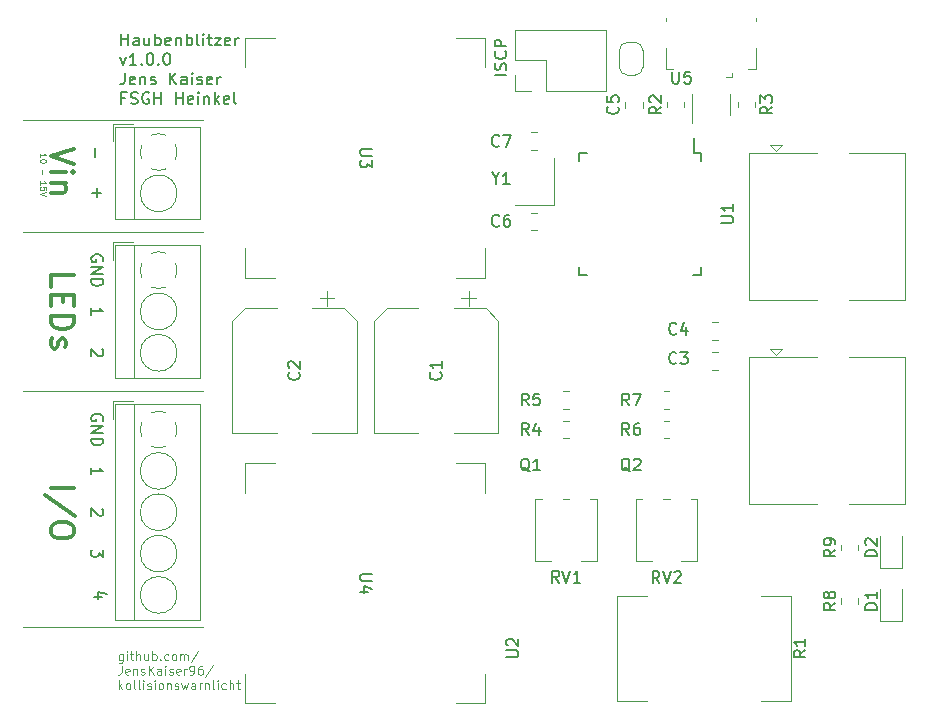
<source format=gbr>
%TF.GenerationSoftware,KiCad,Pcbnew,(5.1.8)-1*%
%TF.CreationDate,2021-08-18T15:50:37+02:00*%
%TF.ProjectId,Haubenblitzer_Treiber,48617562-656e-4626-9c69-747a65725f54,rev?*%
%TF.SameCoordinates,Original*%
%TF.FileFunction,Legend,Top*%
%TF.FilePolarity,Positive*%
%FSLAX46Y46*%
G04 Gerber Fmt 4.6, Leading zero omitted, Abs format (unit mm)*
G04 Created by KiCad (PCBNEW (5.1.8)-1) date 2021-08-18 15:50:37*
%MOMM*%
%LPD*%
G01*
G04 APERTURE LIST*
%ADD10C,0.120000*%
%ADD11C,0.100000*%
%ADD12C,0.150000*%
%ADD13C,0.300000*%
G04 APERTURE END LIST*
D10*
X59160000Y-188160000D02*
X59160000Y-185660000D01*
X56660000Y-188160000D02*
X59160000Y-188160000D01*
X38840000Y-188160000D02*
X41340000Y-188160000D01*
X38840000Y-185660000D02*
X38840000Y-188160000D01*
X59160000Y-131840000D02*
X56660000Y-131840000D01*
X59160000Y-134340000D02*
X59160000Y-131840000D01*
X59160000Y-152160000D02*
X59160000Y-149660000D01*
X56660000Y-152160000D02*
X59160000Y-152160000D01*
X38840000Y-152160000D02*
X41340000Y-152160000D01*
X38840000Y-149660000D02*
X38840000Y-152160000D01*
X38840000Y-131840000D02*
X38840000Y-134340000D01*
X41340000Y-131840000D02*
X38840000Y-131840000D01*
X59160000Y-167840000D02*
X59160000Y-170340000D01*
X56660000Y-167840000D02*
X59160000Y-167840000D01*
X38840000Y-167840000D02*
X38840000Y-170340000D01*
X41340000Y-167840000D02*
X38840000Y-167840000D01*
D11*
X28465000Y-184014285D02*
X28465000Y-184621428D01*
X28429285Y-184692857D01*
X28393571Y-184728571D01*
X28322142Y-184764285D01*
X28215000Y-184764285D01*
X28143571Y-184728571D01*
X28465000Y-184478571D02*
X28393571Y-184514285D01*
X28250714Y-184514285D01*
X28179285Y-184478571D01*
X28143571Y-184442857D01*
X28107857Y-184371428D01*
X28107857Y-184157142D01*
X28143571Y-184085714D01*
X28179285Y-184050000D01*
X28250714Y-184014285D01*
X28393571Y-184014285D01*
X28465000Y-184050000D01*
X28822142Y-184514285D02*
X28822142Y-184014285D01*
X28822142Y-183764285D02*
X28786428Y-183800000D01*
X28822142Y-183835714D01*
X28857857Y-183800000D01*
X28822142Y-183764285D01*
X28822142Y-183835714D01*
X29072142Y-184014285D02*
X29357857Y-184014285D01*
X29179285Y-183764285D02*
X29179285Y-184407142D01*
X29215000Y-184478571D01*
X29286428Y-184514285D01*
X29357857Y-184514285D01*
X29607857Y-184514285D02*
X29607857Y-183764285D01*
X29929285Y-184514285D02*
X29929285Y-184121428D01*
X29893571Y-184050000D01*
X29822142Y-184014285D01*
X29715000Y-184014285D01*
X29643571Y-184050000D01*
X29607857Y-184085714D01*
X30607857Y-184014285D02*
X30607857Y-184514285D01*
X30286428Y-184014285D02*
X30286428Y-184407142D01*
X30322142Y-184478571D01*
X30393571Y-184514285D01*
X30500714Y-184514285D01*
X30572142Y-184478571D01*
X30607857Y-184442857D01*
X30965000Y-184514285D02*
X30965000Y-183764285D01*
X30965000Y-184050000D02*
X31036428Y-184014285D01*
X31179285Y-184014285D01*
X31250714Y-184050000D01*
X31286428Y-184085714D01*
X31322142Y-184157142D01*
X31322142Y-184371428D01*
X31286428Y-184442857D01*
X31250714Y-184478571D01*
X31179285Y-184514285D01*
X31036428Y-184514285D01*
X30965000Y-184478571D01*
X31643571Y-184442857D02*
X31679285Y-184478571D01*
X31643571Y-184514285D01*
X31607857Y-184478571D01*
X31643571Y-184442857D01*
X31643571Y-184514285D01*
X32322142Y-184478571D02*
X32250714Y-184514285D01*
X32107857Y-184514285D01*
X32036428Y-184478571D01*
X32000714Y-184442857D01*
X31965000Y-184371428D01*
X31965000Y-184157142D01*
X32000714Y-184085714D01*
X32036428Y-184050000D01*
X32107857Y-184014285D01*
X32250714Y-184014285D01*
X32322142Y-184050000D01*
X32750714Y-184514285D02*
X32679285Y-184478571D01*
X32643571Y-184442857D01*
X32607857Y-184371428D01*
X32607857Y-184157142D01*
X32643571Y-184085714D01*
X32679285Y-184050000D01*
X32750714Y-184014285D01*
X32857857Y-184014285D01*
X32929285Y-184050000D01*
X32965000Y-184085714D01*
X33000714Y-184157142D01*
X33000714Y-184371428D01*
X32965000Y-184442857D01*
X32929285Y-184478571D01*
X32857857Y-184514285D01*
X32750714Y-184514285D01*
X33322142Y-184514285D02*
X33322142Y-184014285D01*
X33322142Y-184085714D02*
X33357857Y-184050000D01*
X33429285Y-184014285D01*
X33536428Y-184014285D01*
X33607857Y-184050000D01*
X33643571Y-184121428D01*
X33643571Y-184514285D01*
X33643571Y-184121428D02*
X33679285Y-184050000D01*
X33750714Y-184014285D01*
X33857857Y-184014285D01*
X33929285Y-184050000D01*
X33965000Y-184121428D01*
X33965000Y-184514285D01*
X34857857Y-183728571D02*
X34215000Y-184692857D01*
X28357857Y-184989285D02*
X28357857Y-185525000D01*
X28322142Y-185632142D01*
X28250714Y-185703571D01*
X28143571Y-185739285D01*
X28072142Y-185739285D01*
X29000714Y-185703571D02*
X28929285Y-185739285D01*
X28786428Y-185739285D01*
X28715000Y-185703571D01*
X28679285Y-185632142D01*
X28679285Y-185346428D01*
X28715000Y-185275000D01*
X28786428Y-185239285D01*
X28929285Y-185239285D01*
X29000714Y-185275000D01*
X29036428Y-185346428D01*
X29036428Y-185417857D01*
X28679285Y-185489285D01*
X29357857Y-185239285D02*
X29357857Y-185739285D01*
X29357857Y-185310714D02*
X29393571Y-185275000D01*
X29465000Y-185239285D01*
X29572142Y-185239285D01*
X29643571Y-185275000D01*
X29679285Y-185346428D01*
X29679285Y-185739285D01*
X30000714Y-185703571D02*
X30072142Y-185739285D01*
X30215000Y-185739285D01*
X30286428Y-185703571D01*
X30322142Y-185632142D01*
X30322142Y-185596428D01*
X30286428Y-185525000D01*
X30215000Y-185489285D01*
X30107857Y-185489285D01*
X30036428Y-185453571D01*
X30000714Y-185382142D01*
X30000714Y-185346428D01*
X30036428Y-185275000D01*
X30107857Y-185239285D01*
X30215000Y-185239285D01*
X30286428Y-185275000D01*
X30643571Y-185739285D02*
X30643571Y-184989285D01*
X31072142Y-185739285D02*
X30750714Y-185310714D01*
X31072142Y-184989285D02*
X30643571Y-185417857D01*
X31715000Y-185739285D02*
X31715000Y-185346428D01*
X31679285Y-185275000D01*
X31607857Y-185239285D01*
X31465000Y-185239285D01*
X31393571Y-185275000D01*
X31715000Y-185703571D02*
X31643571Y-185739285D01*
X31465000Y-185739285D01*
X31393571Y-185703571D01*
X31357857Y-185632142D01*
X31357857Y-185560714D01*
X31393571Y-185489285D01*
X31465000Y-185453571D01*
X31643571Y-185453571D01*
X31715000Y-185417857D01*
X32072142Y-185739285D02*
X32072142Y-185239285D01*
X32072142Y-184989285D02*
X32036428Y-185025000D01*
X32072142Y-185060714D01*
X32107857Y-185025000D01*
X32072142Y-184989285D01*
X32072142Y-185060714D01*
X32393571Y-185703571D02*
X32465000Y-185739285D01*
X32607857Y-185739285D01*
X32679285Y-185703571D01*
X32715000Y-185632142D01*
X32715000Y-185596428D01*
X32679285Y-185525000D01*
X32607857Y-185489285D01*
X32500714Y-185489285D01*
X32429285Y-185453571D01*
X32393571Y-185382142D01*
X32393571Y-185346428D01*
X32429285Y-185275000D01*
X32500714Y-185239285D01*
X32607857Y-185239285D01*
X32679285Y-185275000D01*
X33322142Y-185703571D02*
X33250714Y-185739285D01*
X33107857Y-185739285D01*
X33036428Y-185703571D01*
X33000714Y-185632142D01*
X33000714Y-185346428D01*
X33036428Y-185275000D01*
X33107857Y-185239285D01*
X33250714Y-185239285D01*
X33322142Y-185275000D01*
X33357857Y-185346428D01*
X33357857Y-185417857D01*
X33000714Y-185489285D01*
X33679285Y-185739285D02*
X33679285Y-185239285D01*
X33679285Y-185382142D02*
X33715000Y-185310714D01*
X33750714Y-185275000D01*
X33822142Y-185239285D01*
X33893571Y-185239285D01*
X34179285Y-185739285D02*
X34322142Y-185739285D01*
X34393571Y-185703571D01*
X34429285Y-185667857D01*
X34500714Y-185560714D01*
X34536428Y-185417857D01*
X34536428Y-185132142D01*
X34500714Y-185060714D01*
X34465000Y-185025000D01*
X34393571Y-184989285D01*
X34250714Y-184989285D01*
X34179285Y-185025000D01*
X34143571Y-185060714D01*
X34107857Y-185132142D01*
X34107857Y-185310714D01*
X34143571Y-185382142D01*
X34179285Y-185417857D01*
X34250714Y-185453571D01*
X34393571Y-185453571D01*
X34465000Y-185417857D01*
X34500714Y-185382142D01*
X34536428Y-185310714D01*
X35179285Y-184989285D02*
X35036428Y-184989285D01*
X34965000Y-185025000D01*
X34929285Y-185060714D01*
X34857857Y-185167857D01*
X34822142Y-185310714D01*
X34822142Y-185596428D01*
X34857857Y-185667857D01*
X34893571Y-185703571D01*
X34965000Y-185739285D01*
X35107857Y-185739285D01*
X35179285Y-185703571D01*
X35215000Y-185667857D01*
X35250714Y-185596428D01*
X35250714Y-185417857D01*
X35215000Y-185346428D01*
X35179285Y-185310714D01*
X35107857Y-185275000D01*
X34965000Y-185275000D01*
X34893571Y-185310714D01*
X34857857Y-185346428D01*
X34822142Y-185417857D01*
X36107857Y-184953571D02*
X35465000Y-185917857D01*
X28143571Y-186964285D02*
X28143571Y-186214285D01*
X28215000Y-186678571D02*
X28429285Y-186964285D01*
X28429285Y-186464285D02*
X28143571Y-186750000D01*
X28857857Y-186964285D02*
X28786428Y-186928571D01*
X28750714Y-186892857D01*
X28715000Y-186821428D01*
X28715000Y-186607142D01*
X28750714Y-186535714D01*
X28786428Y-186500000D01*
X28857857Y-186464285D01*
X28965000Y-186464285D01*
X29036428Y-186500000D01*
X29072142Y-186535714D01*
X29107857Y-186607142D01*
X29107857Y-186821428D01*
X29072142Y-186892857D01*
X29036428Y-186928571D01*
X28965000Y-186964285D01*
X28857857Y-186964285D01*
X29536428Y-186964285D02*
X29465000Y-186928571D01*
X29429285Y-186857142D01*
X29429285Y-186214285D01*
X29929285Y-186964285D02*
X29857857Y-186928571D01*
X29822142Y-186857142D01*
X29822142Y-186214285D01*
X30215000Y-186964285D02*
X30215000Y-186464285D01*
X30215000Y-186214285D02*
X30179285Y-186250000D01*
X30215000Y-186285714D01*
X30250714Y-186250000D01*
X30215000Y-186214285D01*
X30215000Y-186285714D01*
X30536428Y-186928571D02*
X30607857Y-186964285D01*
X30750714Y-186964285D01*
X30822142Y-186928571D01*
X30857857Y-186857142D01*
X30857857Y-186821428D01*
X30822142Y-186750000D01*
X30750714Y-186714285D01*
X30643571Y-186714285D01*
X30572142Y-186678571D01*
X30536428Y-186607142D01*
X30536428Y-186571428D01*
X30572142Y-186500000D01*
X30643571Y-186464285D01*
X30750714Y-186464285D01*
X30822142Y-186500000D01*
X31179285Y-186964285D02*
X31179285Y-186464285D01*
X31179285Y-186214285D02*
X31143571Y-186250000D01*
X31179285Y-186285714D01*
X31215000Y-186250000D01*
X31179285Y-186214285D01*
X31179285Y-186285714D01*
X31643571Y-186964285D02*
X31572142Y-186928571D01*
X31536428Y-186892857D01*
X31500714Y-186821428D01*
X31500714Y-186607142D01*
X31536428Y-186535714D01*
X31572142Y-186500000D01*
X31643571Y-186464285D01*
X31750714Y-186464285D01*
X31822142Y-186500000D01*
X31857857Y-186535714D01*
X31893571Y-186607142D01*
X31893571Y-186821428D01*
X31857857Y-186892857D01*
X31822142Y-186928571D01*
X31750714Y-186964285D01*
X31643571Y-186964285D01*
X32215000Y-186464285D02*
X32215000Y-186964285D01*
X32215000Y-186535714D02*
X32250714Y-186500000D01*
X32322142Y-186464285D01*
X32429285Y-186464285D01*
X32500714Y-186500000D01*
X32536428Y-186571428D01*
X32536428Y-186964285D01*
X32857857Y-186928571D02*
X32929285Y-186964285D01*
X33072142Y-186964285D01*
X33143571Y-186928571D01*
X33179285Y-186857142D01*
X33179285Y-186821428D01*
X33143571Y-186750000D01*
X33072142Y-186714285D01*
X32965000Y-186714285D01*
X32893571Y-186678571D01*
X32857857Y-186607142D01*
X32857857Y-186571428D01*
X32893571Y-186500000D01*
X32965000Y-186464285D01*
X33072142Y-186464285D01*
X33143571Y-186500000D01*
X33429285Y-186464285D02*
X33572142Y-186964285D01*
X33715000Y-186607142D01*
X33857857Y-186964285D01*
X34000714Y-186464285D01*
X34607857Y-186964285D02*
X34607857Y-186571428D01*
X34572142Y-186500000D01*
X34500714Y-186464285D01*
X34357857Y-186464285D01*
X34286428Y-186500000D01*
X34607857Y-186928571D02*
X34536428Y-186964285D01*
X34357857Y-186964285D01*
X34286428Y-186928571D01*
X34250714Y-186857142D01*
X34250714Y-186785714D01*
X34286428Y-186714285D01*
X34357857Y-186678571D01*
X34536428Y-186678571D01*
X34607857Y-186642857D01*
X34965000Y-186964285D02*
X34965000Y-186464285D01*
X34965000Y-186607142D02*
X35000714Y-186535714D01*
X35036428Y-186500000D01*
X35107857Y-186464285D01*
X35179285Y-186464285D01*
X35429285Y-186464285D02*
X35429285Y-186964285D01*
X35429285Y-186535714D02*
X35465000Y-186500000D01*
X35536428Y-186464285D01*
X35643571Y-186464285D01*
X35715000Y-186500000D01*
X35750714Y-186571428D01*
X35750714Y-186964285D01*
X36215000Y-186964285D02*
X36143571Y-186928571D01*
X36107857Y-186857142D01*
X36107857Y-186214285D01*
X36500714Y-186964285D02*
X36500714Y-186464285D01*
X36500714Y-186214285D02*
X36465000Y-186250000D01*
X36500714Y-186285714D01*
X36536428Y-186250000D01*
X36500714Y-186214285D01*
X36500714Y-186285714D01*
X37179285Y-186928571D02*
X37107857Y-186964285D01*
X36965000Y-186964285D01*
X36893571Y-186928571D01*
X36857857Y-186892857D01*
X36822142Y-186821428D01*
X36822142Y-186607142D01*
X36857857Y-186535714D01*
X36893571Y-186500000D01*
X36965000Y-186464285D01*
X37107857Y-186464285D01*
X37179285Y-186500000D01*
X37500714Y-186964285D02*
X37500714Y-186214285D01*
X37822142Y-186964285D02*
X37822142Y-186571428D01*
X37786428Y-186500000D01*
X37715000Y-186464285D01*
X37607857Y-186464285D01*
X37536428Y-186500000D01*
X37500714Y-186535714D01*
X38072142Y-186464285D02*
X38357857Y-186464285D01*
X38179285Y-186214285D02*
X38179285Y-186857142D01*
X38215000Y-186928571D01*
X38286428Y-186964285D01*
X38357857Y-186964285D01*
X21473809Y-141923809D02*
X21473809Y-141638095D01*
X21473809Y-141780952D02*
X21973809Y-141780952D01*
X21902380Y-141733333D01*
X21854761Y-141685714D01*
X21830952Y-141638095D01*
X21973809Y-142233333D02*
X21973809Y-142280952D01*
X21950000Y-142328571D01*
X21926190Y-142352380D01*
X21878571Y-142376190D01*
X21783333Y-142400000D01*
X21664285Y-142400000D01*
X21569047Y-142376190D01*
X21521428Y-142352380D01*
X21497619Y-142328571D01*
X21473809Y-142280952D01*
X21473809Y-142233333D01*
X21497619Y-142185714D01*
X21521428Y-142161904D01*
X21569047Y-142138095D01*
X21664285Y-142114285D01*
X21783333Y-142114285D01*
X21878571Y-142138095D01*
X21926190Y-142161904D01*
X21950000Y-142185714D01*
X21973809Y-142233333D01*
X21664285Y-142995238D02*
X21664285Y-143376190D01*
X21473809Y-144257142D02*
X21473809Y-143971428D01*
X21473809Y-144114285D02*
X21973809Y-144114285D01*
X21902380Y-144066666D01*
X21854761Y-144019047D01*
X21830952Y-143971428D01*
X21973809Y-144709523D02*
X21973809Y-144471428D01*
X21735714Y-144447619D01*
X21759523Y-144471428D01*
X21783333Y-144519047D01*
X21783333Y-144638095D01*
X21759523Y-144685714D01*
X21735714Y-144709523D01*
X21688095Y-144733333D01*
X21569047Y-144733333D01*
X21521428Y-144709523D01*
X21497619Y-144685714D01*
X21473809Y-144638095D01*
X21473809Y-144519047D01*
X21497619Y-144471428D01*
X21521428Y-144447619D01*
X21973809Y-144876190D02*
X21473809Y-145042857D01*
X21973809Y-145209523D01*
D12*
X60952380Y-134976190D02*
X59952380Y-134976190D01*
X60904761Y-134547619D02*
X60952380Y-134404761D01*
X60952380Y-134166666D01*
X60904761Y-134071428D01*
X60857142Y-134023809D01*
X60761904Y-133976190D01*
X60666666Y-133976190D01*
X60571428Y-134023809D01*
X60523809Y-134071428D01*
X60476190Y-134166666D01*
X60428571Y-134357142D01*
X60380952Y-134452380D01*
X60333333Y-134500000D01*
X60238095Y-134547619D01*
X60142857Y-134547619D01*
X60047619Y-134500000D01*
X60000000Y-134452380D01*
X59952380Y-134357142D01*
X59952380Y-134119047D01*
X60000000Y-133976190D01*
X60857142Y-132976190D02*
X60904761Y-133023809D01*
X60952380Y-133166666D01*
X60952380Y-133261904D01*
X60904761Y-133404761D01*
X60809523Y-133500000D01*
X60714285Y-133547619D01*
X60523809Y-133595238D01*
X60380952Y-133595238D01*
X60190476Y-133547619D01*
X60095238Y-133500000D01*
X60000000Y-133404761D01*
X59952380Y-133261904D01*
X59952380Y-133166666D01*
X60000000Y-133023809D01*
X60047619Y-132976190D01*
X60952380Y-132547619D02*
X59952380Y-132547619D01*
X59952380Y-132166666D01*
X60000000Y-132071428D01*
X60047619Y-132023809D01*
X60142857Y-131976190D01*
X60285714Y-131976190D01*
X60380952Y-132023809D01*
X60428571Y-132071428D01*
X60476190Y-132166666D01*
X60476190Y-132547619D01*
X28335595Y-132477380D02*
X28335595Y-131477380D01*
X28335595Y-131953571D02*
X28907023Y-131953571D01*
X28907023Y-132477380D02*
X28907023Y-131477380D01*
X29811785Y-132477380D02*
X29811785Y-131953571D01*
X29764166Y-131858333D01*
X29668928Y-131810714D01*
X29478452Y-131810714D01*
X29383214Y-131858333D01*
X29811785Y-132429761D02*
X29716547Y-132477380D01*
X29478452Y-132477380D01*
X29383214Y-132429761D01*
X29335595Y-132334523D01*
X29335595Y-132239285D01*
X29383214Y-132144047D01*
X29478452Y-132096428D01*
X29716547Y-132096428D01*
X29811785Y-132048809D01*
X30716547Y-131810714D02*
X30716547Y-132477380D01*
X30287976Y-131810714D02*
X30287976Y-132334523D01*
X30335595Y-132429761D01*
X30430833Y-132477380D01*
X30573690Y-132477380D01*
X30668928Y-132429761D01*
X30716547Y-132382142D01*
X31192738Y-132477380D02*
X31192738Y-131477380D01*
X31192738Y-131858333D02*
X31287976Y-131810714D01*
X31478452Y-131810714D01*
X31573690Y-131858333D01*
X31621309Y-131905952D01*
X31668928Y-132001190D01*
X31668928Y-132286904D01*
X31621309Y-132382142D01*
X31573690Y-132429761D01*
X31478452Y-132477380D01*
X31287976Y-132477380D01*
X31192738Y-132429761D01*
X32478452Y-132429761D02*
X32383214Y-132477380D01*
X32192738Y-132477380D01*
X32097500Y-132429761D01*
X32049880Y-132334523D01*
X32049880Y-131953571D01*
X32097500Y-131858333D01*
X32192738Y-131810714D01*
X32383214Y-131810714D01*
X32478452Y-131858333D01*
X32526071Y-131953571D01*
X32526071Y-132048809D01*
X32049880Y-132144047D01*
X32954642Y-131810714D02*
X32954642Y-132477380D01*
X32954642Y-131905952D02*
X33002261Y-131858333D01*
X33097500Y-131810714D01*
X33240357Y-131810714D01*
X33335595Y-131858333D01*
X33383214Y-131953571D01*
X33383214Y-132477380D01*
X33859404Y-132477380D02*
X33859404Y-131477380D01*
X33859404Y-131858333D02*
X33954642Y-131810714D01*
X34145119Y-131810714D01*
X34240357Y-131858333D01*
X34287976Y-131905952D01*
X34335595Y-132001190D01*
X34335595Y-132286904D01*
X34287976Y-132382142D01*
X34240357Y-132429761D01*
X34145119Y-132477380D01*
X33954642Y-132477380D01*
X33859404Y-132429761D01*
X34907023Y-132477380D02*
X34811785Y-132429761D01*
X34764166Y-132334523D01*
X34764166Y-131477380D01*
X35287976Y-132477380D02*
X35287976Y-131810714D01*
X35287976Y-131477380D02*
X35240357Y-131525000D01*
X35287976Y-131572619D01*
X35335595Y-131525000D01*
X35287976Y-131477380D01*
X35287976Y-131572619D01*
X35621309Y-131810714D02*
X36002261Y-131810714D01*
X35764166Y-131477380D02*
X35764166Y-132334523D01*
X35811785Y-132429761D01*
X35907023Y-132477380D01*
X36002261Y-132477380D01*
X36240357Y-131810714D02*
X36764166Y-131810714D01*
X36240357Y-132477380D01*
X36764166Y-132477380D01*
X37526071Y-132429761D02*
X37430833Y-132477380D01*
X37240357Y-132477380D01*
X37145119Y-132429761D01*
X37097500Y-132334523D01*
X37097500Y-131953571D01*
X37145119Y-131858333D01*
X37240357Y-131810714D01*
X37430833Y-131810714D01*
X37526071Y-131858333D01*
X37573690Y-131953571D01*
X37573690Y-132048809D01*
X37097500Y-132144047D01*
X38002261Y-132477380D02*
X38002261Y-131810714D01*
X38002261Y-132001190D02*
X38049880Y-131905952D01*
X38097500Y-131858333D01*
X38192738Y-131810714D01*
X38287976Y-131810714D01*
X28240357Y-133460714D02*
X28478452Y-134127380D01*
X28716547Y-133460714D01*
X29621309Y-134127380D02*
X29049880Y-134127380D01*
X29335595Y-134127380D02*
X29335595Y-133127380D01*
X29240357Y-133270238D01*
X29145119Y-133365476D01*
X29049880Y-133413095D01*
X30049880Y-134032142D02*
X30097500Y-134079761D01*
X30049880Y-134127380D01*
X30002261Y-134079761D01*
X30049880Y-134032142D01*
X30049880Y-134127380D01*
X30716547Y-133127380D02*
X30811785Y-133127380D01*
X30907023Y-133175000D01*
X30954642Y-133222619D01*
X31002261Y-133317857D01*
X31049880Y-133508333D01*
X31049880Y-133746428D01*
X31002261Y-133936904D01*
X30954642Y-134032142D01*
X30907023Y-134079761D01*
X30811785Y-134127380D01*
X30716547Y-134127380D01*
X30621309Y-134079761D01*
X30573690Y-134032142D01*
X30526071Y-133936904D01*
X30478452Y-133746428D01*
X30478452Y-133508333D01*
X30526071Y-133317857D01*
X30573690Y-133222619D01*
X30621309Y-133175000D01*
X30716547Y-133127380D01*
X31478452Y-134032142D02*
X31526071Y-134079761D01*
X31478452Y-134127380D01*
X31430833Y-134079761D01*
X31478452Y-134032142D01*
X31478452Y-134127380D01*
X32145119Y-133127380D02*
X32240357Y-133127380D01*
X32335595Y-133175000D01*
X32383214Y-133222619D01*
X32430833Y-133317857D01*
X32478452Y-133508333D01*
X32478452Y-133746428D01*
X32430833Y-133936904D01*
X32383214Y-134032142D01*
X32335595Y-134079761D01*
X32240357Y-134127380D01*
X32145119Y-134127380D01*
X32049880Y-134079761D01*
X32002261Y-134032142D01*
X31954642Y-133936904D01*
X31907023Y-133746428D01*
X31907023Y-133508333D01*
X31954642Y-133317857D01*
X32002261Y-133222619D01*
X32049880Y-133175000D01*
X32145119Y-133127380D01*
X28621309Y-134777380D02*
X28621309Y-135491666D01*
X28573690Y-135634523D01*
X28478452Y-135729761D01*
X28335595Y-135777380D01*
X28240357Y-135777380D01*
X29478452Y-135729761D02*
X29383214Y-135777380D01*
X29192738Y-135777380D01*
X29097500Y-135729761D01*
X29049880Y-135634523D01*
X29049880Y-135253571D01*
X29097500Y-135158333D01*
X29192738Y-135110714D01*
X29383214Y-135110714D01*
X29478452Y-135158333D01*
X29526071Y-135253571D01*
X29526071Y-135348809D01*
X29049880Y-135444047D01*
X29954642Y-135110714D02*
X29954642Y-135777380D01*
X29954642Y-135205952D02*
X30002261Y-135158333D01*
X30097500Y-135110714D01*
X30240357Y-135110714D01*
X30335595Y-135158333D01*
X30383214Y-135253571D01*
X30383214Y-135777380D01*
X30811785Y-135729761D02*
X30907023Y-135777380D01*
X31097500Y-135777380D01*
X31192738Y-135729761D01*
X31240357Y-135634523D01*
X31240357Y-135586904D01*
X31192738Y-135491666D01*
X31097500Y-135444047D01*
X30954642Y-135444047D01*
X30859404Y-135396428D01*
X30811785Y-135301190D01*
X30811785Y-135253571D01*
X30859404Y-135158333D01*
X30954642Y-135110714D01*
X31097500Y-135110714D01*
X31192738Y-135158333D01*
X32430833Y-135777380D02*
X32430833Y-134777380D01*
X33002261Y-135777380D02*
X32573690Y-135205952D01*
X33002261Y-134777380D02*
X32430833Y-135348809D01*
X33859404Y-135777380D02*
X33859404Y-135253571D01*
X33811785Y-135158333D01*
X33716547Y-135110714D01*
X33526071Y-135110714D01*
X33430833Y-135158333D01*
X33859404Y-135729761D02*
X33764166Y-135777380D01*
X33526071Y-135777380D01*
X33430833Y-135729761D01*
X33383214Y-135634523D01*
X33383214Y-135539285D01*
X33430833Y-135444047D01*
X33526071Y-135396428D01*
X33764166Y-135396428D01*
X33859404Y-135348809D01*
X34335595Y-135777380D02*
X34335595Y-135110714D01*
X34335595Y-134777380D02*
X34287976Y-134825000D01*
X34335595Y-134872619D01*
X34383214Y-134825000D01*
X34335595Y-134777380D01*
X34335595Y-134872619D01*
X34764166Y-135729761D02*
X34859404Y-135777380D01*
X35049880Y-135777380D01*
X35145119Y-135729761D01*
X35192738Y-135634523D01*
X35192738Y-135586904D01*
X35145119Y-135491666D01*
X35049880Y-135444047D01*
X34907023Y-135444047D01*
X34811785Y-135396428D01*
X34764166Y-135301190D01*
X34764166Y-135253571D01*
X34811785Y-135158333D01*
X34907023Y-135110714D01*
X35049880Y-135110714D01*
X35145119Y-135158333D01*
X36002261Y-135729761D02*
X35907023Y-135777380D01*
X35716547Y-135777380D01*
X35621309Y-135729761D01*
X35573690Y-135634523D01*
X35573690Y-135253571D01*
X35621309Y-135158333D01*
X35716547Y-135110714D01*
X35907023Y-135110714D01*
X36002261Y-135158333D01*
X36049880Y-135253571D01*
X36049880Y-135348809D01*
X35573690Y-135444047D01*
X36478452Y-135777380D02*
X36478452Y-135110714D01*
X36478452Y-135301190D02*
X36526071Y-135205952D01*
X36573690Y-135158333D01*
X36668928Y-135110714D01*
X36764166Y-135110714D01*
X28668928Y-136903571D02*
X28335595Y-136903571D01*
X28335595Y-137427380D02*
X28335595Y-136427380D01*
X28811785Y-136427380D01*
X29145119Y-137379761D02*
X29287976Y-137427380D01*
X29526071Y-137427380D01*
X29621309Y-137379761D01*
X29668928Y-137332142D01*
X29716547Y-137236904D01*
X29716547Y-137141666D01*
X29668928Y-137046428D01*
X29621309Y-136998809D01*
X29526071Y-136951190D01*
X29335595Y-136903571D01*
X29240357Y-136855952D01*
X29192738Y-136808333D01*
X29145119Y-136713095D01*
X29145119Y-136617857D01*
X29192738Y-136522619D01*
X29240357Y-136475000D01*
X29335595Y-136427380D01*
X29573690Y-136427380D01*
X29716547Y-136475000D01*
X30668928Y-136475000D02*
X30573690Y-136427380D01*
X30430833Y-136427380D01*
X30287976Y-136475000D01*
X30192738Y-136570238D01*
X30145119Y-136665476D01*
X30097500Y-136855952D01*
X30097500Y-136998809D01*
X30145119Y-137189285D01*
X30192738Y-137284523D01*
X30287976Y-137379761D01*
X30430833Y-137427380D01*
X30526071Y-137427380D01*
X30668928Y-137379761D01*
X30716547Y-137332142D01*
X30716547Y-136998809D01*
X30526071Y-136998809D01*
X31145119Y-137427380D02*
X31145119Y-136427380D01*
X31145119Y-136903571D02*
X31716547Y-136903571D01*
X31716547Y-137427380D02*
X31716547Y-136427380D01*
X32954642Y-137427380D02*
X32954642Y-136427380D01*
X32954642Y-136903571D02*
X33526071Y-136903571D01*
X33526071Y-137427380D02*
X33526071Y-136427380D01*
X34383214Y-137379761D02*
X34287976Y-137427380D01*
X34097500Y-137427380D01*
X34002261Y-137379761D01*
X33954642Y-137284523D01*
X33954642Y-136903571D01*
X34002261Y-136808333D01*
X34097500Y-136760714D01*
X34287976Y-136760714D01*
X34383214Y-136808333D01*
X34430833Y-136903571D01*
X34430833Y-136998809D01*
X33954642Y-137094047D01*
X34859404Y-137427380D02*
X34859404Y-136760714D01*
X34859404Y-136427380D02*
X34811785Y-136475000D01*
X34859404Y-136522619D01*
X34907023Y-136475000D01*
X34859404Y-136427380D01*
X34859404Y-136522619D01*
X35335595Y-136760714D02*
X35335595Y-137427380D01*
X35335595Y-136855952D02*
X35383214Y-136808333D01*
X35478452Y-136760714D01*
X35621309Y-136760714D01*
X35716547Y-136808333D01*
X35764166Y-136903571D01*
X35764166Y-137427380D01*
X36240357Y-137427380D02*
X36240357Y-136427380D01*
X36335595Y-137046428D02*
X36621309Y-137427380D01*
X36621309Y-136760714D02*
X36240357Y-137141666D01*
X37430833Y-137379761D02*
X37335595Y-137427380D01*
X37145119Y-137427380D01*
X37049880Y-137379761D01*
X37002261Y-137284523D01*
X37002261Y-136903571D01*
X37049880Y-136808333D01*
X37145119Y-136760714D01*
X37335595Y-136760714D01*
X37430833Y-136808333D01*
X37478452Y-136903571D01*
X37478452Y-136998809D01*
X37002261Y-137094047D01*
X38049880Y-137427380D02*
X37954642Y-137379761D01*
X37907023Y-137284523D01*
X37907023Y-136427380D01*
D10*
X35250000Y-181750000D02*
X20000000Y-181750000D01*
X35250000Y-138750000D02*
X20000000Y-138750000D01*
X35250000Y-148250000D02*
X20000000Y-148250000D01*
X35250000Y-161750000D02*
X20000000Y-161750000D01*
D12*
X26630952Y-144928571D02*
X25869047Y-144928571D01*
X26250000Y-144547619D02*
X26250000Y-145309523D01*
X26071428Y-141880952D02*
X26071428Y-141119047D01*
X26702380Y-158214285D02*
X26750000Y-158261904D01*
X26797619Y-158357142D01*
X26797619Y-158595238D01*
X26750000Y-158690476D01*
X26702380Y-158738095D01*
X26607142Y-158785714D01*
X26511904Y-158785714D01*
X26369047Y-158738095D01*
X25797619Y-158166666D01*
X25797619Y-158785714D01*
X25797619Y-155285714D02*
X25797619Y-154714285D01*
X25797619Y-155000000D02*
X26797619Y-155000000D01*
X26654761Y-154904761D01*
X26559523Y-154809523D01*
X26511904Y-154714285D01*
X26750000Y-150738095D02*
X26797619Y-150642857D01*
X26797619Y-150500000D01*
X26750000Y-150357142D01*
X26654761Y-150261904D01*
X26559523Y-150214285D01*
X26369047Y-150166666D01*
X26226190Y-150166666D01*
X26035714Y-150214285D01*
X25940476Y-150261904D01*
X25845238Y-150357142D01*
X25797619Y-150500000D01*
X25797619Y-150595238D01*
X25845238Y-150738095D01*
X25892857Y-150785714D01*
X26226190Y-150785714D01*
X26226190Y-150595238D01*
X25797619Y-151214285D02*
X26797619Y-151214285D01*
X25797619Y-151785714D01*
X26797619Y-151785714D01*
X25797619Y-152261904D02*
X26797619Y-152261904D01*
X26797619Y-152500000D01*
X26750000Y-152642857D01*
X26654761Y-152738095D01*
X26559523Y-152785714D01*
X26369047Y-152833333D01*
X26226190Y-152833333D01*
X26035714Y-152785714D01*
X25940476Y-152738095D01*
X25845238Y-152642857D01*
X25797619Y-152500000D01*
X25797619Y-152261904D01*
X26750000Y-164238095D02*
X26797619Y-164142857D01*
X26797619Y-164000000D01*
X26750000Y-163857142D01*
X26654761Y-163761904D01*
X26559523Y-163714285D01*
X26369047Y-163666666D01*
X26226190Y-163666666D01*
X26035714Y-163714285D01*
X25940476Y-163761904D01*
X25845238Y-163857142D01*
X25797619Y-164000000D01*
X25797619Y-164095238D01*
X25845238Y-164238095D01*
X25892857Y-164285714D01*
X26226190Y-164285714D01*
X26226190Y-164095238D01*
X25797619Y-164714285D02*
X26797619Y-164714285D01*
X25797619Y-165285714D01*
X26797619Y-165285714D01*
X25797619Y-165761904D02*
X26797619Y-165761904D01*
X26797619Y-166000000D01*
X26750000Y-166142857D01*
X26654761Y-166238095D01*
X26559523Y-166285714D01*
X26369047Y-166333333D01*
X26226190Y-166333333D01*
X26035714Y-166285714D01*
X25940476Y-166238095D01*
X25845238Y-166142857D01*
X25797619Y-166000000D01*
X25797619Y-165761904D01*
X26714285Y-179190476D02*
X26047619Y-179190476D01*
X27095238Y-178952380D02*
X26380952Y-178714285D01*
X26380952Y-179333333D01*
X26797619Y-175166666D02*
X26797619Y-175785714D01*
X26416666Y-175452380D01*
X26416666Y-175595238D01*
X26369047Y-175690476D01*
X26321428Y-175738095D01*
X26226190Y-175785714D01*
X25988095Y-175785714D01*
X25892857Y-175738095D01*
X25845238Y-175690476D01*
X25797619Y-175595238D01*
X25797619Y-175309523D01*
X25845238Y-175214285D01*
X25892857Y-175166666D01*
X26702380Y-171714285D02*
X26750000Y-171761904D01*
X26797619Y-171857142D01*
X26797619Y-172095238D01*
X26750000Y-172190476D01*
X26702380Y-172238095D01*
X26607142Y-172285714D01*
X26511904Y-172285714D01*
X26369047Y-172238095D01*
X25797619Y-171666666D01*
X25797619Y-172285714D01*
X25797619Y-168785714D02*
X25797619Y-168214285D01*
X25797619Y-168500000D02*
X26797619Y-168500000D01*
X26654761Y-168404761D01*
X26559523Y-168309523D01*
X26511904Y-168214285D01*
D13*
X22345238Y-169904761D02*
X24345238Y-169904761D01*
X24440476Y-172285714D02*
X21869047Y-170571428D01*
X24345238Y-173333333D02*
X24345238Y-173714285D01*
X24250000Y-173904761D01*
X24059523Y-174095238D01*
X23678571Y-174190476D01*
X23011904Y-174190476D01*
X22630952Y-174095238D01*
X22440476Y-173904761D01*
X22345238Y-173714285D01*
X22345238Y-173333333D01*
X22440476Y-173142857D01*
X22630952Y-172952380D01*
X23011904Y-172857142D01*
X23678571Y-172857142D01*
X24059523Y-172952380D01*
X24250000Y-173142857D01*
X24345238Y-173333333D01*
X22345238Y-152904761D02*
X22345238Y-151952380D01*
X24345238Y-151952380D01*
X23392857Y-153571428D02*
X23392857Y-154238095D01*
X22345238Y-154523809D02*
X22345238Y-153571428D01*
X24345238Y-153571428D01*
X24345238Y-154523809D01*
X22345238Y-155380952D02*
X24345238Y-155380952D01*
X24345238Y-155857142D01*
X24250000Y-156142857D01*
X24059523Y-156333333D01*
X23869047Y-156428571D01*
X23488095Y-156523809D01*
X23202380Y-156523809D01*
X22821428Y-156428571D01*
X22630952Y-156333333D01*
X22440476Y-156142857D01*
X22345238Y-155857142D01*
X22345238Y-155380952D01*
X22440476Y-157285714D02*
X22345238Y-157476190D01*
X22345238Y-157857142D01*
X22440476Y-158047619D01*
X22630952Y-158142857D01*
X22726190Y-158142857D01*
X22916666Y-158047619D01*
X23011904Y-157857142D01*
X23011904Y-157571428D01*
X23107142Y-157380952D01*
X23297619Y-157285714D01*
X23392857Y-157285714D01*
X23583333Y-157380952D01*
X23678571Y-157571428D01*
X23678571Y-157857142D01*
X23583333Y-158047619D01*
X24345238Y-141202380D02*
X22345238Y-141869047D01*
X24345238Y-142535714D01*
X22345238Y-143202380D02*
X23678571Y-143202380D01*
X24345238Y-143202380D02*
X24250000Y-143107142D01*
X24154761Y-143202380D01*
X24250000Y-143297619D01*
X24345238Y-143202380D01*
X24154761Y-143202380D01*
X23678571Y-144154761D02*
X22345238Y-144154761D01*
X23488095Y-144154761D02*
X23583333Y-144250000D01*
X23678571Y-144440476D01*
X23678571Y-144726190D01*
X23583333Y-144916666D01*
X23392857Y-145011904D01*
X22345238Y-145011904D01*
D10*
%TO.C,U5*%
X79860000Y-138400000D02*
X79860000Y-136600000D01*
X76640000Y-136600000D02*
X76640000Y-139050000D01*
%TO.C,R9*%
X90735000Y-175227064D02*
X90735000Y-174772936D01*
X89265000Y-175227064D02*
X89265000Y-174772936D01*
%TO.C,R8*%
X90735000Y-179727064D02*
X90735000Y-179272936D01*
X89265000Y-179727064D02*
X89265000Y-179272936D01*
%TO.C,R7*%
X74727064Y-161765000D02*
X74272936Y-161765000D01*
X74727064Y-163235000D02*
X74272936Y-163235000D01*
%TO.C,R6*%
X74272936Y-165735000D02*
X74727064Y-165735000D01*
X74272936Y-164265000D02*
X74727064Y-164265000D01*
%TO.C,R5*%
X66227064Y-161765000D02*
X65772936Y-161765000D01*
X66227064Y-163235000D02*
X65772936Y-163235000D01*
%TO.C,R4*%
X65772936Y-165735000D02*
X66227064Y-165735000D01*
X65772936Y-164265000D02*
X66227064Y-164265000D01*
%TO.C,D2*%
X94460000Y-176685000D02*
X94460000Y-174000000D01*
X92540000Y-176685000D02*
X94460000Y-176685000D01*
X92540000Y-174000000D02*
X92540000Y-176685000D01*
%TO.C,D1*%
X94460000Y-181185000D02*
X94460000Y-178500000D01*
X92540000Y-181185000D02*
X94460000Y-181185000D01*
X92540000Y-178500000D02*
X92540000Y-181185000D01*
%TO.C,C2*%
X46385000Y-153875000D02*
X45135000Y-153875000D01*
X45760000Y-153250000D02*
X45760000Y-154500000D01*
X38804437Y-154740000D02*
X37740000Y-155804437D01*
X47195563Y-154740000D02*
X48260000Y-155804437D01*
X47195563Y-154740000D02*
X44510000Y-154740000D01*
X38804437Y-154740000D02*
X41490000Y-154740000D01*
X37740000Y-155804437D02*
X37740000Y-165260000D01*
X48260000Y-155804437D02*
X48260000Y-165260000D01*
X48260000Y-165260000D02*
X44510000Y-165260000D01*
X37740000Y-165260000D02*
X41490000Y-165260000D01*
%TO.C,C1*%
X58385000Y-153875000D02*
X57135000Y-153875000D01*
X57760000Y-153250000D02*
X57760000Y-154500000D01*
X50804437Y-154740000D02*
X49740000Y-155804437D01*
X59195563Y-154740000D02*
X60260000Y-155804437D01*
X59195563Y-154740000D02*
X56510000Y-154740000D01*
X50804437Y-154740000D02*
X53490000Y-154740000D01*
X49740000Y-155804437D02*
X49740000Y-165260000D01*
X60260000Y-155804437D02*
X60260000Y-165260000D01*
X60260000Y-165260000D02*
X56510000Y-165260000D01*
X49740000Y-165260000D02*
X53490000Y-165260000D01*
%TO.C,R1*%
X70309000Y-179055000D02*
X72849000Y-179055000D01*
X70309000Y-187945000D02*
X70309000Y-179055000D01*
X85041000Y-187945000D02*
X85041000Y-179055000D01*
X70309000Y-187945000D02*
X72849000Y-187945000D01*
X82501000Y-179055000D02*
X85041000Y-179055000D01*
X82501000Y-187945000D02*
X85041000Y-187945000D01*
%TO.C,Y1*%
X64945000Y-146000000D02*
X64945000Y-142000000D01*
X61645000Y-146000000D02*
X64945000Y-146000000D01*
%TO.C,RV2*%
X71880000Y-176120000D02*
X71880000Y-170880000D01*
X77120000Y-176120000D02*
X77120000Y-170880000D01*
X71880000Y-176120000D02*
X73260000Y-176120000D01*
X75740000Y-176120000D02*
X77120000Y-176120000D01*
X71880000Y-170880000D02*
X72461000Y-170880000D01*
X74240000Y-170880000D02*
X74760000Y-170880000D01*
X76540000Y-170880000D02*
X77120000Y-170880000D01*
%TO.C,RV1*%
X63380000Y-176120000D02*
X63380000Y-170880000D01*
X68620000Y-176120000D02*
X68620000Y-170880000D01*
X63380000Y-176120000D02*
X64760000Y-176120000D01*
X67240000Y-176120000D02*
X68620000Y-176120000D01*
X63380000Y-170880000D02*
X63961000Y-170880000D01*
X65740000Y-170880000D02*
X66260000Y-170880000D01*
X68040000Y-170880000D02*
X68620000Y-170880000D01*
D12*
%TO.C,U1*%
X76850000Y-141575000D02*
X76850000Y-140300000D01*
X77425000Y-151925000D02*
X77425000Y-151250000D01*
X67075000Y-151925000D02*
X67075000Y-151250000D01*
X67075000Y-141575000D02*
X67075000Y-142250000D01*
X77425000Y-141575000D02*
X77425000Y-142250000D01*
X67075000Y-141575000D02*
X67750000Y-141575000D01*
X67075000Y-151925000D02*
X67750000Y-151925000D01*
X77425000Y-151925000D02*
X76750000Y-151925000D01*
X77425000Y-141575000D02*
X76850000Y-141575000D01*
D10*
%TO.C,R3*%
X80515000Y-137272936D02*
X80515000Y-137727064D01*
X81985000Y-137272936D02*
X81985000Y-137727064D01*
%TO.C,R2*%
X75985000Y-137727064D02*
X75985000Y-137272936D01*
X74515000Y-137727064D02*
X74515000Y-137272936D01*
%TO.C,JP1*%
X72500000Y-132900000D02*
X72500000Y-134300000D01*
X71800000Y-135000000D02*
X71200000Y-135000000D01*
X70500000Y-134300000D02*
X70500000Y-132900000D01*
X71200000Y-132200000D02*
X71800000Y-132200000D01*
X71800000Y-132200000D02*
G75*
G02*
X72500000Y-132900000I0J-700000D01*
G01*
X70500000Y-132900000D02*
G75*
G02*
X71200000Y-132200000I700000J0D01*
G01*
X71200000Y-135000000D02*
G75*
G02*
X70500000Y-134300000I0J700000D01*
G01*
X72500000Y-134300000D02*
G75*
G02*
X71800000Y-135000000I-700000J0D01*
G01*
%TO.C,J7*%
X83250000Y-158180000D02*
X84250000Y-158180000D01*
X83250000Y-158180000D02*
X83750000Y-158680000D01*
X83750000Y-158680000D02*
X84250000Y-158180000D01*
X89970000Y-158840000D02*
X94700000Y-158840000D01*
X89970000Y-171260000D02*
X94700000Y-171260000D01*
X81480000Y-171260000D02*
X81480000Y-158840000D01*
X94700000Y-171260000D02*
X94700000Y-158840000D01*
X81480000Y-158840000D02*
X87220000Y-158840000D01*
X81480000Y-171260000D02*
X87220000Y-171260000D01*
%TO.C,J6*%
X83250000Y-140930000D02*
X84250000Y-140930000D01*
X83250000Y-140930000D02*
X83750000Y-141430000D01*
X83750000Y-141430000D02*
X84250000Y-140930000D01*
X89970000Y-141590000D02*
X94700000Y-141590000D01*
X89970000Y-154010000D02*
X94700000Y-154010000D01*
X81480000Y-154010000D02*
X81480000Y-141590000D01*
X94700000Y-154010000D02*
X94700000Y-141590000D01*
X81480000Y-141590000D02*
X87220000Y-141590000D01*
X81480000Y-154010000D02*
X87220000Y-154010000D01*
%TO.C,J5*%
X27600000Y-162600000D02*
X27600000Y-164100000D01*
X29340000Y-162600000D02*
X27600000Y-162600000D01*
X34960000Y-181160000D02*
X27840000Y-181160000D01*
X34960000Y-162840000D02*
X27840000Y-162840000D01*
X27840000Y-162840000D02*
X27840000Y-181160000D01*
X34960000Y-162840000D02*
X34960000Y-181160000D01*
X29400000Y-162840000D02*
X29400000Y-181160000D01*
X33055000Y-179000000D02*
G75*
G03*
X33055000Y-179000000I-1555000J0D01*
G01*
X33055000Y-175500000D02*
G75*
G03*
X33055000Y-175500000I-1555000J0D01*
G01*
X33055000Y-172000000D02*
G75*
G03*
X33055000Y-172000000I-1555000J0D01*
G01*
X33055000Y-168500000D02*
G75*
G03*
X33055000Y-168500000I-1555000J0D01*
G01*
X29944508Y-165027011D02*
G75*
G02*
X30068000Y-164392000I1555492J27011D01*
G01*
X30892258Y-163567891D02*
G75*
G02*
X32108000Y-163568000I607742J-1432109D01*
G01*
X32932109Y-164392258D02*
G75*
G02*
X32932000Y-165608000I-1432109J-607742D01*
G01*
X32107742Y-166432109D02*
G75*
G02*
X30892000Y-166432000I-607742J1432109D01*
G01*
X30068615Y-165607587D02*
G75*
G02*
X29945000Y-165000000I1431385J607587D01*
G01*
%TO.C,J4*%
X27600000Y-149100000D02*
X27600000Y-150600000D01*
X29340000Y-149100000D02*
X27600000Y-149100000D01*
X34960000Y-160660000D02*
X27840000Y-160660000D01*
X34960000Y-149340000D02*
X27840000Y-149340000D01*
X27840000Y-149340000D02*
X27840000Y-160660000D01*
X34960000Y-149340000D02*
X34960000Y-160660000D01*
X29400000Y-149340000D02*
X29400000Y-160660000D01*
X33055000Y-158500000D02*
G75*
G03*
X33055000Y-158500000I-1555000J0D01*
G01*
X33055000Y-155000000D02*
G75*
G03*
X33055000Y-155000000I-1555000J0D01*
G01*
X29944508Y-151527011D02*
G75*
G02*
X30068000Y-150892000I1555492J27011D01*
G01*
X30892258Y-150067891D02*
G75*
G02*
X32108000Y-150068000I607742J-1432109D01*
G01*
X32932109Y-150892258D02*
G75*
G02*
X32932000Y-152108000I-1432109J-607742D01*
G01*
X32107742Y-152932109D02*
G75*
G02*
X30892000Y-152932000I-607742J1432109D01*
G01*
X30068615Y-152107587D02*
G75*
G02*
X29945000Y-151500000I1431385J607587D01*
G01*
%TO.C,J3*%
X27600000Y-139100000D02*
X27600000Y-140600000D01*
X29340000Y-139100000D02*
X27600000Y-139100000D01*
X34960000Y-147160000D02*
X27840000Y-147160000D01*
X34960000Y-139340000D02*
X27840000Y-139340000D01*
X27840000Y-139340000D02*
X27840000Y-147160000D01*
X34960000Y-139340000D02*
X34960000Y-147160000D01*
X29400000Y-139340000D02*
X29400000Y-147160000D01*
X33055000Y-145000000D02*
G75*
G03*
X33055000Y-145000000I-1555000J0D01*
G01*
X29944508Y-141527011D02*
G75*
G02*
X30068000Y-140892000I1555492J27011D01*
G01*
X30892258Y-140067891D02*
G75*
G02*
X32108000Y-140068000I607742J-1432109D01*
G01*
X32932109Y-140892258D02*
G75*
G02*
X32932000Y-142108000I-1432109J-607742D01*
G01*
X32107742Y-142932109D02*
G75*
G02*
X30892000Y-142932000I-607742J1432109D01*
G01*
X30068615Y-142107587D02*
G75*
G02*
X29945000Y-141500000I1431385J607587D01*
G01*
%TO.C,J1*%
X61670000Y-136330000D02*
X61670000Y-135000000D01*
X63000000Y-136330000D02*
X61670000Y-136330000D01*
X61670000Y-133730000D02*
X61670000Y-131130000D01*
X64270000Y-133730000D02*
X61670000Y-133730000D01*
X64270000Y-136330000D02*
X64270000Y-133730000D01*
X61670000Y-131130000D02*
X69410000Y-131130000D01*
X64270000Y-136330000D02*
X69410000Y-136330000D01*
X69410000Y-136330000D02*
X69410000Y-131130000D01*
%TO.C,J2*%
X80010000Y-135160000D02*
X80010000Y-134770000D01*
X80010000Y-135160000D02*
X79560000Y-135160000D01*
X74440000Y-134460000D02*
X75090000Y-134460000D01*
X74440000Y-132730000D02*
X74440000Y-134460000D01*
X82060000Y-130160000D02*
X82060000Y-130370000D01*
X74440000Y-130160000D02*
X74440000Y-130370000D01*
X82060000Y-132730000D02*
X82060000Y-134460000D01*
X82060000Y-134460000D02*
X81400000Y-134460000D01*
%TO.C,C5*%
X71015000Y-137238748D02*
X71015000Y-137761252D01*
X72485000Y-137238748D02*
X72485000Y-137761252D01*
%TO.C,C7*%
X63033748Y-141290000D02*
X63556252Y-141290000D01*
X63033748Y-139820000D02*
X63556252Y-139820000D01*
%TO.C,C6*%
X63033748Y-148135000D02*
X63556252Y-148135000D01*
X63033748Y-146665000D02*
X63556252Y-146665000D01*
%TO.C,C4*%
X78836252Y-155915000D02*
X78313748Y-155915000D01*
X78836252Y-157385000D02*
X78313748Y-157385000D01*
%TO.C,C3*%
X78836252Y-158455000D02*
X78313748Y-158455000D01*
X78836252Y-159925000D02*
X78313748Y-159925000D01*
%TO.C,U2*%
D12*
X60952380Y-184261904D02*
X61761904Y-184261904D01*
X61857142Y-184214285D01*
X61904761Y-184166666D01*
X61952380Y-184071428D01*
X61952380Y-183880952D01*
X61904761Y-183785714D01*
X61857142Y-183738095D01*
X61761904Y-183690476D01*
X60952380Y-183690476D01*
X61047619Y-183261904D02*
X61000000Y-183214285D01*
X60952380Y-183119047D01*
X60952380Y-182880952D01*
X61000000Y-182785714D01*
X61047619Y-182738095D01*
X61142857Y-182690476D01*
X61238095Y-182690476D01*
X61380952Y-182738095D01*
X61952380Y-183309523D01*
X61952380Y-182690476D01*
%TO.C,U5*%
X74988095Y-134702380D02*
X74988095Y-135511904D01*
X75035714Y-135607142D01*
X75083333Y-135654761D01*
X75178571Y-135702380D01*
X75369047Y-135702380D01*
X75464285Y-135654761D01*
X75511904Y-135607142D01*
X75559523Y-135511904D01*
X75559523Y-134702380D01*
X76511904Y-134702380D02*
X76035714Y-134702380D01*
X75988095Y-135178571D01*
X76035714Y-135130952D01*
X76130952Y-135083333D01*
X76369047Y-135083333D01*
X76464285Y-135130952D01*
X76511904Y-135178571D01*
X76559523Y-135273809D01*
X76559523Y-135511904D01*
X76511904Y-135607142D01*
X76464285Y-135654761D01*
X76369047Y-135702380D01*
X76130952Y-135702380D01*
X76035714Y-135654761D01*
X75988095Y-135607142D01*
%TO.C,R9*%
X88802380Y-175166666D02*
X88326190Y-175500000D01*
X88802380Y-175738095D02*
X87802380Y-175738095D01*
X87802380Y-175357142D01*
X87850000Y-175261904D01*
X87897619Y-175214285D01*
X87992857Y-175166666D01*
X88135714Y-175166666D01*
X88230952Y-175214285D01*
X88278571Y-175261904D01*
X88326190Y-175357142D01*
X88326190Y-175738095D01*
X88802380Y-174690476D02*
X88802380Y-174500000D01*
X88754761Y-174404761D01*
X88707142Y-174357142D01*
X88564285Y-174261904D01*
X88373809Y-174214285D01*
X87992857Y-174214285D01*
X87897619Y-174261904D01*
X87850000Y-174309523D01*
X87802380Y-174404761D01*
X87802380Y-174595238D01*
X87850000Y-174690476D01*
X87897619Y-174738095D01*
X87992857Y-174785714D01*
X88230952Y-174785714D01*
X88326190Y-174738095D01*
X88373809Y-174690476D01*
X88421428Y-174595238D01*
X88421428Y-174404761D01*
X88373809Y-174309523D01*
X88326190Y-174261904D01*
X88230952Y-174214285D01*
%TO.C,R8*%
X88802380Y-179666666D02*
X88326190Y-180000000D01*
X88802380Y-180238095D02*
X87802380Y-180238095D01*
X87802380Y-179857142D01*
X87850000Y-179761904D01*
X87897619Y-179714285D01*
X87992857Y-179666666D01*
X88135714Y-179666666D01*
X88230952Y-179714285D01*
X88278571Y-179761904D01*
X88326190Y-179857142D01*
X88326190Y-180238095D01*
X88230952Y-179095238D02*
X88183333Y-179190476D01*
X88135714Y-179238095D01*
X88040476Y-179285714D01*
X87992857Y-179285714D01*
X87897619Y-179238095D01*
X87850000Y-179190476D01*
X87802380Y-179095238D01*
X87802380Y-178904761D01*
X87850000Y-178809523D01*
X87897619Y-178761904D01*
X87992857Y-178714285D01*
X88040476Y-178714285D01*
X88135714Y-178761904D01*
X88183333Y-178809523D01*
X88230952Y-178904761D01*
X88230952Y-179095238D01*
X88278571Y-179190476D01*
X88326190Y-179238095D01*
X88421428Y-179285714D01*
X88611904Y-179285714D01*
X88707142Y-179238095D01*
X88754761Y-179190476D01*
X88802380Y-179095238D01*
X88802380Y-178904761D01*
X88754761Y-178809523D01*
X88707142Y-178761904D01*
X88611904Y-178714285D01*
X88421428Y-178714285D01*
X88326190Y-178761904D01*
X88278571Y-178809523D01*
X88230952Y-178904761D01*
%TO.C,R7*%
X71333333Y-162952380D02*
X71000000Y-162476190D01*
X70761904Y-162952380D02*
X70761904Y-161952380D01*
X71142857Y-161952380D01*
X71238095Y-162000000D01*
X71285714Y-162047619D01*
X71333333Y-162142857D01*
X71333333Y-162285714D01*
X71285714Y-162380952D01*
X71238095Y-162428571D01*
X71142857Y-162476190D01*
X70761904Y-162476190D01*
X71666666Y-161952380D02*
X72333333Y-161952380D01*
X71904761Y-162952380D01*
%TO.C,R6*%
X71333333Y-165452380D02*
X71000000Y-164976190D01*
X70761904Y-165452380D02*
X70761904Y-164452380D01*
X71142857Y-164452380D01*
X71238095Y-164500000D01*
X71285714Y-164547619D01*
X71333333Y-164642857D01*
X71333333Y-164785714D01*
X71285714Y-164880952D01*
X71238095Y-164928571D01*
X71142857Y-164976190D01*
X70761904Y-164976190D01*
X72190476Y-164452380D02*
X72000000Y-164452380D01*
X71904761Y-164500000D01*
X71857142Y-164547619D01*
X71761904Y-164690476D01*
X71714285Y-164880952D01*
X71714285Y-165261904D01*
X71761904Y-165357142D01*
X71809523Y-165404761D01*
X71904761Y-165452380D01*
X72095238Y-165452380D01*
X72190476Y-165404761D01*
X72238095Y-165357142D01*
X72285714Y-165261904D01*
X72285714Y-165023809D01*
X72238095Y-164928571D01*
X72190476Y-164880952D01*
X72095238Y-164833333D01*
X71904761Y-164833333D01*
X71809523Y-164880952D01*
X71761904Y-164928571D01*
X71714285Y-165023809D01*
%TO.C,R5*%
X62833333Y-162952380D02*
X62500000Y-162476190D01*
X62261904Y-162952380D02*
X62261904Y-161952380D01*
X62642857Y-161952380D01*
X62738095Y-162000000D01*
X62785714Y-162047619D01*
X62833333Y-162142857D01*
X62833333Y-162285714D01*
X62785714Y-162380952D01*
X62738095Y-162428571D01*
X62642857Y-162476190D01*
X62261904Y-162476190D01*
X63738095Y-161952380D02*
X63261904Y-161952380D01*
X63214285Y-162428571D01*
X63261904Y-162380952D01*
X63357142Y-162333333D01*
X63595238Y-162333333D01*
X63690476Y-162380952D01*
X63738095Y-162428571D01*
X63785714Y-162523809D01*
X63785714Y-162761904D01*
X63738095Y-162857142D01*
X63690476Y-162904761D01*
X63595238Y-162952380D01*
X63357142Y-162952380D01*
X63261904Y-162904761D01*
X63214285Y-162857142D01*
%TO.C,R4*%
X62833333Y-165452380D02*
X62500000Y-164976190D01*
X62261904Y-165452380D02*
X62261904Y-164452380D01*
X62642857Y-164452380D01*
X62738095Y-164500000D01*
X62785714Y-164547619D01*
X62833333Y-164642857D01*
X62833333Y-164785714D01*
X62785714Y-164880952D01*
X62738095Y-164928571D01*
X62642857Y-164976190D01*
X62261904Y-164976190D01*
X63690476Y-164785714D02*
X63690476Y-165452380D01*
X63452380Y-164404761D02*
X63214285Y-165119047D01*
X63833333Y-165119047D01*
%TO.C,D2*%
X92302380Y-175738095D02*
X91302380Y-175738095D01*
X91302380Y-175500000D01*
X91350000Y-175357142D01*
X91445238Y-175261904D01*
X91540476Y-175214285D01*
X91730952Y-175166666D01*
X91873809Y-175166666D01*
X92064285Y-175214285D01*
X92159523Y-175261904D01*
X92254761Y-175357142D01*
X92302380Y-175500000D01*
X92302380Y-175738095D01*
X91397619Y-174785714D02*
X91350000Y-174738095D01*
X91302380Y-174642857D01*
X91302380Y-174404761D01*
X91350000Y-174309523D01*
X91397619Y-174261904D01*
X91492857Y-174214285D01*
X91588095Y-174214285D01*
X91730952Y-174261904D01*
X92302380Y-174833333D01*
X92302380Y-174214285D01*
%TO.C,D1*%
X92302380Y-180238095D02*
X91302380Y-180238095D01*
X91302380Y-180000000D01*
X91350000Y-179857142D01*
X91445238Y-179761904D01*
X91540476Y-179714285D01*
X91730952Y-179666666D01*
X91873809Y-179666666D01*
X92064285Y-179714285D01*
X92159523Y-179761904D01*
X92254761Y-179857142D01*
X92302380Y-180000000D01*
X92302380Y-180238095D01*
X92302380Y-178714285D02*
X92302380Y-179285714D01*
X92302380Y-179000000D02*
X91302380Y-179000000D01*
X91445238Y-179095238D01*
X91540476Y-179190476D01*
X91588095Y-179285714D01*
%TO.C,C2*%
X43357142Y-160166666D02*
X43404761Y-160214285D01*
X43452380Y-160357142D01*
X43452380Y-160452380D01*
X43404761Y-160595238D01*
X43309523Y-160690476D01*
X43214285Y-160738095D01*
X43023809Y-160785714D01*
X42880952Y-160785714D01*
X42690476Y-160738095D01*
X42595238Y-160690476D01*
X42500000Y-160595238D01*
X42452380Y-160452380D01*
X42452380Y-160357142D01*
X42500000Y-160214285D01*
X42547619Y-160166666D01*
X42547619Y-159785714D02*
X42500000Y-159738095D01*
X42452380Y-159642857D01*
X42452380Y-159404761D01*
X42500000Y-159309523D01*
X42547619Y-159261904D01*
X42642857Y-159214285D01*
X42738095Y-159214285D01*
X42880952Y-159261904D01*
X43452380Y-159833333D01*
X43452380Y-159214285D01*
%TO.C,C1*%
X55357142Y-160166666D02*
X55404761Y-160214285D01*
X55452380Y-160357142D01*
X55452380Y-160452380D01*
X55404761Y-160595238D01*
X55309523Y-160690476D01*
X55214285Y-160738095D01*
X55023809Y-160785714D01*
X54880952Y-160785714D01*
X54690476Y-160738095D01*
X54595238Y-160690476D01*
X54500000Y-160595238D01*
X54452380Y-160452380D01*
X54452380Y-160357142D01*
X54500000Y-160214285D01*
X54547619Y-160166666D01*
X55452380Y-159214285D02*
X55452380Y-159785714D01*
X55452380Y-159500000D02*
X54452380Y-159500000D01*
X54595238Y-159595238D01*
X54690476Y-159690476D01*
X54738095Y-159785714D01*
%TO.C,R1*%
X86255380Y-183666666D02*
X85779190Y-184000000D01*
X86255380Y-184238095D02*
X85255380Y-184238095D01*
X85255380Y-183857142D01*
X85303000Y-183761904D01*
X85350619Y-183714285D01*
X85445857Y-183666666D01*
X85588714Y-183666666D01*
X85683952Y-183714285D01*
X85731571Y-183761904D01*
X85779190Y-183857142D01*
X85779190Y-184238095D01*
X86255380Y-182714285D02*
X86255380Y-183285714D01*
X86255380Y-183000000D02*
X85255380Y-183000000D01*
X85398238Y-183095238D01*
X85493476Y-183190476D01*
X85541095Y-183285714D01*
%TO.C,Y1*%
X60023809Y-143726190D02*
X60023809Y-144202380D01*
X59690476Y-143202380D02*
X60023809Y-143726190D01*
X60357142Y-143202380D01*
X61214285Y-144202380D02*
X60642857Y-144202380D01*
X60928571Y-144202380D02*
X60928571Y-143202380D01*
X60833333Y-143345238D01*
X60738095Y-143440476D01*
X60642857Y-143488095D01*
%TO.C,U3*%
X49547619Y-141238095D02*
X48738095Y-141238095D01*
X48642857Y-141285714D01*
X48595238Y-141333333D01*
X48547619Y-141428571D01*
X48547619Y-141619047D01*
X48595238Y-141714285D01*
X48642857Y-141761904D01*
X48738095Y-141809523D01*
X49547619Y-141809523D01*
X49547619Y-142190476D02*
X49547619Y-142809523D01*
X49166666Y-142476190D01*
X49166666Y-142619047D01*
X49119047Y-142714285D01*
X49071428Y-142761904D01*
X48976190Y-142809523D01*
X48738095Y-142809523D01*
X48642857Y-142761904D01*
X48595238Y-142714285D01*
X48547619Y-142619047D01*
X48547619Y-142333333D01*
X48595238Y-142238095D01*
X48642857Y-142190476D01*
%TO.C,RV2*%
X73904761Y-178002380D02*
X73571428Y-177526190D01*
X73333333Y-178002380D02*
X73333333Y-177002380D01*
X73714285Y-177002380D01*
X73809523Y-177050000D01*
X73857142Y-177097619D01*
X73904761Y-177192857D01*
X73904761Y-177335714D01*
X73857142Y-177430952D01*
X73809523Y-177478571D01*
X73714285Y-177526190D01*
X73333333Y-177526190D01*
X74190476Y-177002380D02*
X74523809Y-178002380D01*
X74857142Y-177002380D01*
X75142857Y-177097619D02*
X75190476Y-177050000D01*
X75285714Y-177002380D01*
X75523809Y-177002380D01*
X75619047Y-177050000D01*
X75666666Y-177097619D01*
X75714285Y-177192857D01*
X75714285Y-177288095D01*
X75666666Y-177430952D01*
X75095238Y-178002380D01*
X75714285Y-178002380D01*
%TO.C,RV1*%
X65404761Y-177952380D02*
X65071428Y-177476190D01*
X64833333Y-177952380D02*
X64833333Y-176952380D01*
X65214285Y-176952380D01*
X65309523Y-177000000D01*
X65357142Y-177047619D01*
X65404761Y-177142857D01*
X65404761Y-177285714D01*
X65357142Y-177380952D01*
X65309523Y-177428571D01*
X65214285Y-177476190D01*
X64833333Y-177476190D01*
X65690476Y-176952380D02*
X66023809Y-177952380D01*
X66357142Y-176952380D01*
X67214285Y-177952380D02*
X66642857Y-177952380D01*
X66928571Y-177952380D02*
X66928571Y-176952380D01*
X66833333Y-177095238D01*
X66738095Y-177190476D01*
X66642857Y-177238095D01*
%TO.C,Q2*%
X71404761Y-168547619D02*
X71309523Y-168500000D01*
X71214285Y-168404761D01*
X71071428Y-168261904D01*
X70976190Y-168214285D01*
X70880952Y-168214285D01*
X70928571Y-168452380D02*
X70833333Y-168404761D01*
X70738095Y-168309523D01*
X70690476Y-168119047D01*
X70690476Y-167785714D01*
X70738095Y-167595238D01*
X70833333Y-167500000D01*
X70928571Y-167452380D01*
X71119047Y-167452380D01*
X71214285Y-167500000D01*
X71309523Y-167595238D01*
X71357142Y-167785714D01*
X71357142Y-168119047D01*
X71309523Y-168309523D01*
X71214285Y-168404761D01*
X71119047Y-168452380D01*
X70928571Y-168452380D01*
X71738095Y-167547619D02*
X71785714Y-167500000D01*
X71880952Y-167452380D01*
X72119047Y-167452380D01*
X72214285Y-167500000D01*
X72261904Y-167547619D01*
X72309523Y-167642857D01*
X72309523Y-167738095D01*
X72261904Y-167880952D01*
X71690476Y-168452380D01*
X72309523Y-168452380D01*
%TO.C,Q1*%
X62904761Y-168547619D02*
X62809523Y-168500000D01*
X62714285Y-168404761D01*
X62571428Y-168261904D01*
X62476190Y-168214285D01*
X62380952Y-168214285D01*
X62428571Y-168452380D02*
X62333333Y-168404761D01*
X62238095Y-168309523D01*
X62190476Y-168119047D01*
X62190476Y-167785714D01*
X62238095Y-167595238D01*
X62333333Y-167500000D01*
X62428571Y-167452380D01*
X62619047Y-167452380D01*
X62714285Y-167500000D01*
X62809523Y-167595238D01*
X62857142Y-167785714D01*
X62857142Y-168119047D01*
X62809523Y-168309523D01*
X62714285Y-168404761D01*
X62619047Y-168452380D01*
X62428571Y-168452380D01*
X63809523Y-168452380D02*
X63238095Y-168452380D01*
X63523809Y-168452380D02*
X63523809Y-167452380D01*
X63428571Y-167595238D01*
X63333333Y-167690476D01*
X63238095Y-167738095D01*
%TO.C,U4*%
X49547619Y-177238095D02*
X48738095Y-177238095D01*
X48642857Y-177285714D01*
X48595238Y-177333333D01*
X48547619Y-177428571D01*
X48547619Y-177619047D01*
X48595238Y-177714285D01*
X48642857Y-177761904D01*
X48738095Y-177809523D01*
X49547619Y-177809523D01*
X49214285Y-178714285D02*
X48547619Y-178714285D01*
X49595238Y-178476190D02*
X48880952Y-178238095D01*
X48880952Y-178857142D01*
%TO.C,U1*%
X79152380Y-147511904D02*
X79961904Y-147511904D01*
X80057142Y-147464285D01*
X80104761Y-147416666D01*
X80152380Y-147321428D01*
X80152380Y-147130952D01*
X80104761Y-147035714D01*
X80057142Y-146988095D01*
X79961904Y-146940476D01*
X79152380Y-146940476D01*
X80152380Y-145940476D02*
X80152380Y-146511904D01*
X80152380Y-146226190D02*
X79152380Y-146226190D01*
X79295238Y-146321428D01*
X79390476Y-146416666D01*
X79438095Y-146511904D01*
%TO.C,R3*%
X83452380Y-137666666D02*
X82976190Y-138000000D01*
X83452380Y-138238095D02*
X82452380Y-138238095D01*
X82452380Y-137857142D01*
X82500000Y-137761904D01*
X82547619Y-137714285D01*
X82642857Y-137666666D01*
X82785714Y-137666666D01*
X82880952Y-137714285D01*
X82928571Y-137761904D01*
X82976190Y-137857142D01*
X82976190Y-138238095D01*
X82452380Y-137333333D02*
X82452380Y-136714285D01*
X82833333Y-137047619D01*
X82833333Y-136904761D01*
X82880952Y-136809523D01*
X82928571Y-136761904D01*
X83023809Y-136714285D01*
X83261904Y-136714285D01*
X83357142Y-136761904D01*
X83404761Y-136809523D01*
X83452380Y-136904761D01*
X83452380Y-137190476D01*
X83404761Y-137285714D01*
X83357142Y-137333333D01*
%TO.C,R2*%
X74052380Y-137666666D02*
X73576190Y-138000000D01*
X74052380Y-138238095D02*
X73052380Y-138238095D01*
X73052380Y-137857142D01*
X73100000Y-137761904D01*
X73147619Y-137714285D01*
X73242857Y-137666666D01*
X73385714Y-137666666D01*
X73480952Y-137714285D01*
X73528571Y-137761904D01*
X73576190Y-137857142D01*
X73576190Y-138238095D01*
X73147619Y-137285714D02*
X73100000Y-137238095D01*
X73052380Y-137142857D01*
X73052380Y-136904761D01*
X73100000Y-136809523D01*
X73147619Y-136761904D01*
X73242857Y-136714285D01*
X73338095Y-136714285D01*
X73480952Y-136761904D01*
X74052380Y-137333333D01*
X74052380Y-136714285D01*
%TO.C,C5*%
X70357142Y-137666666D02*
X70404761Y-137714285D01*
X70452380Y-137857142D01*
X70452380Y-137952380D01*
X70404761Y-138095238D01*
X70309523Y-138190476D01*
X70214285Y-138238095D01*
X70023809Y-138285714D01*
X69880952Y-138285714D01*
X69690476Y-138238095D01*
X69595238Y-138190476D01*
X69500000Y-138095238D01*
X69452380Y-137952380D01*
X69452380Y-137857142D01*
X69500000Y-137714285D01*
X69547619Y-137666666D01*
X69452380Y-136761904D02*
X69452380Y-137238095D01*
X69928571Y-137285714D01*
X69880952Y-137238095D01*
X69833333Y-137142857D01*
X69833333Y-136904761D01*
X69880952Y-136809523D01*
X69928571Y-136761904D01*
X70023809Y-136714285D01*
X70261904Y-136714285D01*
X70357142Y-136761904D01*
X70404761Y-136809523D01*
X70452380Y-136904761D01*
X70452380Y-137142857D01*
X70404761Y-137238095D01*
X70357142Y-137285714D01*
%TO.C,C7*%
X60333333Y-140957142D02*
X60285714Y-141004761D01*
X60142857Y-141052380D01*
X60047619Y-141052380D01*
X59904761Y-141004761D01*
X59809523Y-140909523D01*
X59761904Y-140814285D01*
X59714285Y-140623809D01*
X59714285Y-140480952D01*
X59761904Y-140290476D01*
X59809523Y-140195238D01*
X59904761Y-140100000D01*
X60047619Y-140052380D01*
X60142857Y-140052380D01*
X60285714Y-140100000D01*
X60333333Y-140147619D01*
X60666666Y-140052380D02*
X61333333Y-140052380D01*
X60904761Y-141052380D01*
%TO.C,C6*%
X60333333Y-147712142D02*
X60285714Y-147759761D01*
X60142857Y-147807380D01*
X60047619Y-147807380D01*
X59904761Y-147759761D01*
X59809523Y-147664523D01*
X59761904Y-147569285D01*
X59714285Y-147378809D01*
X59714285Y-147235952D01*
X59761904Y-147045476D01*
X59809523Y-146950238D01*
X59904761Y-146855000D01*
X60047619Y-146807380D01*
X60142857Y-146807380D01*
X60285714Y-146855000D01*
X60333333Y-146902619D01*
X61190476Y-146807380D02*
X61000000Y-146807380D01*
X60904761Y-146855000D01*
X60857142Y-146902619D01*
X60761904Y-147045476D01*
X60714285Y-147235952D01*
X60714285Y-147616904D01*
X60761904Y-147712142D01*
X60809523Y-147759761D01*
X60904761Y-147807380D01*
X61095238Y-147807380D01*
X61190476Y-147759761D01*
X61238095Y-147712142D01*
X61285714Y-147616904D01*
X61285714Y-147378809D01*
X61238095Y-147283571D01*
X61190476Y-147235952D01*
X61095238Y-147188333D01*
X60904761Y-147188333D01*
X60809523Y-147235952D01*
X60761904Y-147283571D01*
X60714285Y-147378809D01*
%TO.C,C4*%
X75333333Y-156857142D02*
X75285714Y-156904761D01*
X75142857Y-156952380D01*
X75047619Y-156952380D01*
X74904761Y-156904761D01*
X74809523Y-156809523D01*
X74761904Y-156714285D01*
X74714285Y-156523809D01*
X74714285Y-156380952D01*
X74761904Y-156190476D01*
X74809523Y-156095238D01*
X74904761Y-156000000D01*
X75047619Y-155952380D01*
X75142857Y-155952380D01*
X75285714Y-156000000D01*
X75333333Y-156047619D01*
X76190476Y-156285714D02*
X76190476Y-156952380D01*
X75952380Y-155904761D02*
X75714285Y-156619047D01*
X76333333Y-156619047D01*
%TO.C,C3*%
X75333333Y-159357142D02*
X75285714Y-159404761D01*
X75142857Y-159452380D01*
X75047619Y-159452380D01*
X74904761Y-159404761D01*
X74809523Y-159309523D01*
X74761904Y-159214285D01*
X74714285Y-159023809D01*
X74714285Y-158880952D01*
X74761904Y-158690476D01*
X74809523Y-158595238D01*
X74904761Y-158500000D01*
X75047619Y-158452380D01*
X75142857Y-158452380D01*
X75285714Y-158500000D01*
X75333333Y-158547619D01*
X75666666Y-158452380D02*
X76285714Y-158452380D01*
X75952380Y-158833333D01*
X76095238Y-158833333D01*
X76190476Y-158880952D01*
X76238095Y-158928571D01*
X76285714Y-159023809D01*
X76285714Y-159261904D01*
X76238095Y-159357142D01*
X76190476Y-159404761D01*
X76095238Y-159452380D01*
X75809523Y-159452380D01*
X75714285Y-159404761D01*
X75666666Y-159357142D01*
%TD*%
M02*

</source>
